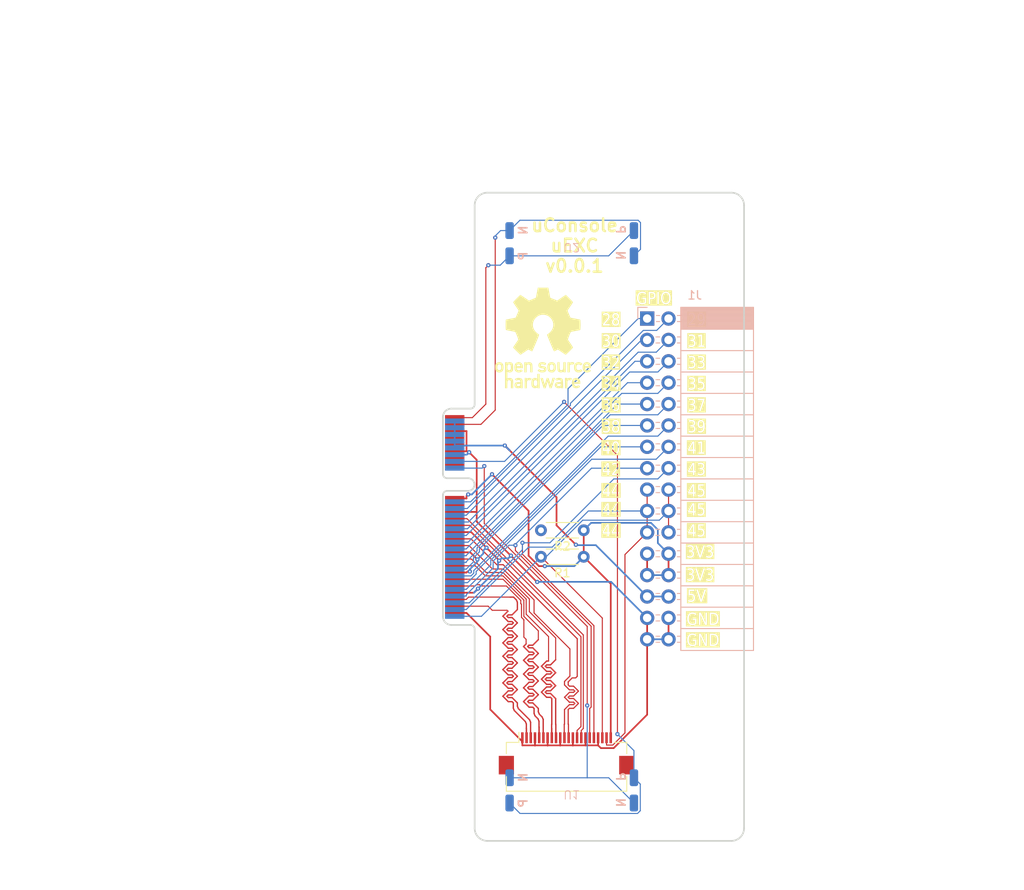
<source format=kicad_pcb>
(kicad_pcb (version 20241229) (generator "pcbnew") (generator_version "9.0")
  (title_block (title "uConsole expansion card template") (date "2024-07-10") (rev "0.1"))
  (layers (0 "F.Cu" signal) (2 "B.Cu" signal) (13 "F.Paste" user) (15 "B.Paste" user) (5 "F.SilkS" user "F.Silkscreen") (7 "B.SilkS" user "B.Silkscreen") (1 "F.Mask" user) (3 "B.Mask" user) (25 "Edge.Cuts" user))
  (net 0 "")
  (net 1 "/SPEAKER_LP")
  (net 2 "/SPEAKER_LN")
  (net 3 "/SPEAKER_RP")
  (net 4 "/SPEAKER_RN")
  (net 5 "/CAM1_DP3")
  (net 6 "/CAM1_DN3")
  (net 7 "/CAM1_DP2")
  (net 8 "/CAM1_DN2")
  (net 9 "/CAM1_CP")
  (net 10 "/CAM1_CN")
  (net 11 "/CAM1_DP1")
  (net 12 "/CAM1_DN1")
  (net 13 "/CAM1_DP0")
  (net 14 "/CAM1_DN0")
  (net 15 "+5V")
  (net 16 "GND")
  (net 17 "+3V3")
  (net 18 "/GPIO28")
  (net 19 "/GPIO29")
  (net 20 "/GPIO30")
  (net 21 "/GPIO31")
  (net 22 "/GPIO32")
  (net 23 "/GPIO33")
  (net 24 "/GPIO34")
  (net 25 "/GPIO35")
  (net 26 "/GPIO36")
  (net 27 "/GPIO37")
  (net 28 "/GPIO38")
  (net 29 "/GPIO39")
  (net 30 "/GPIO40")
  (net 31 "/GPIO41")
  (net 32 "/USB3_D-")
  (net 33 "/USB3_D+")
  (net 34 "/USB4_D-")
  (net 35 "/USB4_D+")
  (net 36 "/GPIO45{slash}I2C_SCL")
  (net 37 "/GPIO44{slash}I2C_SDA")
  (net 38 "/GPIO42{slash}CAM_EN")
  (net 39 "/GPIO43{slash}CAM_LED")
  (footprint "Symbol:OSHW-Logo_11.4x12mm_SilkScreen" (layer "F.Cu") (at 94.5 79.25)
    (property "Reference" "REF**" (hide yes))
    (property "Value" "OSHW-Logo_11.4x12mm_SilkScreen" (hide yes))
  )
  (footprint "Resistor_THT:R_Axial_DIN0204_L3.6mm_D1.6mm_P5.08mm_Horizontal" (layer "F.Cu") (at 99.34 105.25 180)
    (property "Reference" "R1")
    (property "Value" "2.2k")
  )
  (footprint "uconsole:edge-minipcie" (layer "F.Cu") (at 84.51 100.5 180)
    (property "Reference" "U3" (hide yes))
    (property "Value" "UC EXPANSION")
  )
  (footprint "MountingHole:MountingHole_5mm" (layer "F.Cu") (at 111.385 133 180)
    (property "Reference" "H1" (hide yes))
    (property "Value" "MountingHole")
  )
  (footprint "Connector_FFC-FPC:Hirose_FH12-22S-0.5SH_1x22-1MP_P0.50mm_Horizontal" (layer "F.Cu") (at 97.3 128.6)
    (property "Reference" "J2" (hide yes))
    (property "Value" "Camera")
  )
  (footprint "Resistor_THT:R_Axial_DIN0204_L3.6mm_D1.6mm_P5.08mm_Horizontal" (layer "F.Cu") (at 99.34 102.1 180)
    (property "Reference" "R2")
    (property "Value" "2.2k")
  )
  (footprint "MountingHole:MountingHole_5mm" (layer "F.Cu") (at 111.385 68 180)
    (property "Reference" "H2" (hide yes))
    (property "Value" "MountingHole")
  )
  (footprint "uconsole:speaker pads" (layer "B.Cu") (at 97.92 68)
    (property "Reference" "U2")
    (property "Value" "Speaker")
  )
  (footprint "Connector_PinSocket_2.54mm:PinSocket_2x16_P2.54mm_Horizontal" (layer "B.Cu") (at 106.875 76.95 180)
    (property "Reference" "J1")
    (property "Value" "EXPOSURE GPIO")
  )
  (footprint "uconsole:speaker pads" (layer "B.Cu") (at 97.92 133)
    (property "Reference" "U1")
    (property "Value" "Speaker")
  )
  (gr_arc (start 83.615 113.35) (mid 82.907893 113.057107) (end 82.615 112.35) (stroke (width 0.2)) (layer "Edge.Cuts"))
  (gr_line (start 116.885 139) (end 87.885 139) (stroke (width 0.2)) (layer "Edge.Cuts"))
  (gr_arc (start 116.885 62) (mid 117.94566 62.43934) (end 118.385 63.5) (stroke (width 0.2)) (layer "Edge.Cuts"))
  (gr_arc (start 82.615 88.65) (mid 82.907893 87.942893) (end 83.615 87.65) (stroke (width 0.2)) (layer "Edge.Cuts"))
  (gr_line (start 83.615 87.65) (end 85.885 87.65) (stroke (width 0.2)) (layer "Edge.Cuts"))
  (gr_line (start 86.385 137.5) (end 86.385 113.85) (stroke (width 0.2)) (layer "Edge.Cuts"))
  (gr_line (start 86.385 87.15) (end 86.385 63.5) (stroke (width 0.2)) (layer "Edge.Cuts"))
  (gr_line (start 82.615 112.35) (end 82.615 97.92) (stroke (width 0.2)) (layer "Edge.Cuts"))
  (gr_line (start 87.885 62) (end 116.885 62) (stroke (width 0.2)) (layer "Edge.Cuts"))
  (gr_line (start 118.385 63.5) (end 118.385 137.5) (stroke (width 0.2)) (layer "Edge.Cuts"))
  (gr_arc (start 82.615 97.92) (mid 82.761447 97.566447) (end 83.115 97.42) (stroke (width 0.2)) (layer "Edge.Cuts"))
  (gr_arc (start 85.615 95.92) (mid 86.365 96.67) (end 85.615 97.42) (stroke (width 0.2)) (layer "Edge.Cuts"))
  (gr_arc (start 86.385 87.15) (mid 86.238553 87.503553) (end 85.885 87.65) (stroke (width 0.2)) (layer "Edge.Cuts"))
  (gr_line (start 85.615 97.42) (end 83.115 97.42) (stroke (width 0.2)) (layer "Edge.Cuts"))
  (gr_arc (start 83.115 95.92) (mid 82.761447 95.773553) (end 82.615 95.42) (stroke (width 0.2)) (layer "Edge.Cuts"))
  (gr_arc (start 86.385 63.5) (mid 86.82434 62.43934) (end 87.885 62) (stroke (width 0.2)) (layer "Edge.Cuts"))
  (gr_line (start 82.615 95.42) (end 82.615 88.65) (stroke (width 0.2)) (layer "Edge.Cuts"))
  (gr_arc (start 85.885 113.35) (mid 86.238553 113.496447) (end 86.385 113.85) (stroke (width 0.2)) (layer "Edge.Cuts"))
  (gr_line (start 85.885 113.35) (end 83.615 113.35) (stroke (width 0.2)) (layer "Edge.Cuts"))
  (gr_line (start 83.115 95.92) (end 85.615 95.92) (stroke (width 0.2)) (layer "Edge.Cuts"))
  (gr_arc (start 87.885 139) (mid 86.82434 138.56066) (end 86.385 137.5) (stroke (width 0.2)) (layer "Edge.Cuts"))
  (gr_arc (start 118.385 137.5) (mid 117.94566 138.56066) (end 116.885 139) (stroke (width 0.2)) (layer "Edge.Cuts"))
  (gr_text "39" (at 112.75 89.88 0) (layer "F.SilkS" knockout) (effects (font (size 1.4225 1.219) (thickness 0.203))))
  (gr_text "45" (at 112.75 102.25 0) (layer "F.SilkS" knockout) (effects (font (size 1.4225 1.219) (thickness 0.203))))
  (gr_text "36" (at 102.59 87.34 0) (layer "F.SilkS" knockout) (effects (font (size 1.4225 1.219) (thickness 0.203))))
  (gr_text "32" (at 102.59 82.26 0) (layer "F.SilkS" knockout) (effects (font (size 1.4225 1.219) (thickness 0.203))))
  (gr_text "29" (at 112.75 77.18 0) (layer "F.SilkS" knockout) (effects (font (size 1.4225 1.219) (thickness 0.203))))
  (gr_text "5V" (at 112.75 110 0) (layer "F.SilkS" knockout) (effects (font (size 1.4225 1.219) (thickness 0.203))))
  (gr_text "45" (at 112.75 99.75 0) (layer "F.SilkS" knockout) (effects (font (size 1.4225 1.219) (thickness 0.203))))
  (gr_text "35" (at 112.75 84.8 0) (layer "F.SilkS" knockout) (effects (font (size 1.4225 1.219) (thickness 0.203))))
  (gr_text "41" (at 112.75 92.42 0) (layer "F.SilkS" knockout) (effects (font (size 1.4225 1.219) (thickness 0.203))))
  (gr_text "GND" (at 113.5 115.25 0) (layer "F.SilkS" knockout) (effects (font (size 1.4225 1.219) (thickness 0.203))))
  (gr_text "37" (at 112.75 87.34 0) (layer "F.SilkS" knockout) (effects (font (size 1.4225 1.219) (thickness 0.203))))
  (gr_text "43" (at 112.75 94.96 0) (layer "F.SilkS" knockout) (effects (font (size 1.4225 1.219) (thickness 0.203))))
  (gr_text "3V3" (at 111.5 107.5 0) (layer "F.SilkS" knockout) (effects (font (size 1.4225 1.219) (thickness 0.203)) (justify left)))
  (gr_text "45" (at 112.75 97.5 0) (layer "F.SilkS" knockout) (effects (font (size 1.4225 1.219) (thickness 0.203))))
  (gr_text "44" (at 102.59 97.5 0) (layer "F.SilkS" knockout) (effects (font (size 1.4225 1.219) (thickness 0.203))))
  (gr_text "3V3" (at 111.5 104.75 0) (layer "F.SilkS" knockout) (effects (font (size 1.4225 1.219) (thickness 0.203)) (justify left)))
  (gr_text "GND" (at 113.5 112.75 0) (layer "F.SilkS" knockout) (effects (font (size 1.4225 1.219) (thickness 0.203))))
  (gr_text "34" (at 102.59 84.8 0) (layer "F.SilkS" knockout) (effects (font (size 1.4225 1.219) (thickness 0.203))))
  (gr_text "33" (at 112.75 82.26 0) (layer "F.SilkS" knockout) (effects (font (size 1.4225 1.219) (thickness 0.203))))
  (gr_text "30" (at 102.59 79.72 0) (layer "F.SilkS" knockout) (effects (font (size 1.4225 1.219) (thickness 0.203))))
  (gr_text "44" (at 102.59 99.75 0) (layer "F.SilkS" knockout) (effects (font (size 1.4225 1.219) (thickness 0.203))))
  (gr_text "uConsole\nuEXC\nv0.0.1" (at 98.25 65 0) (layer "F.SilkS") (effects (font (size 1.5 1.5) (thickness 0.3) (bold yes)) (justify top)))
  (gr_text "38" (at 102.59 89.88 0) (layer "F.SilkS" knockout) (effects (font (size 1.4225 1.219) (thickness 0.203))))
  (gr_text "31" (at 112.75 79.72 0) (layer "F.SilkS" knockout) (effects (font (size 1.4225 1.219) (thickness 0.203))))
  (gr_text "42" (at 102.59 94.96 0) (layer "F.SilkS" knockout) (effects (font (size 1.4225 1.219) (thickness 0.203))))
  (gr_text "44" (at 102.59 102.25 0) (layer "F.SilkS" knockout) (effects (font (size 1.4225 1.219) (thickness 0.203))))
  (gr_text "GPIO" (at 107.67 74.64 0) (layer "F.SilkS" knockout) (effects (font (size 1.4225 1.219) (thickness 0.203))))
  (gr_text "28" (at 102.59 77.18 0) (layer "F.SilkS" knockout) (effects (font (size 1.4225 1.219) (thickness 0.203))))
  (gr_text "40" (at 102.59 92.42 0) (layer "F.SilkS" knockout) (effects (font (size 1.4225 1.219) (thickness 0.203))))
  (segment (start 87.71 87.12) (end 87.71 70.914) (width 0.127) (layer "F.Cu") (net 1))
  (segment (start 86.11 88.72) (end 87.71 87.12) (width 0.127) (layer "F.Cu") (net 1))
  (segment (start 87.71 70.914) (end 88.01 70.614) (width 0.127) (layer "F.Cu") (net 1))
  (segment (start 84.015 88.72) (end 86.11 88.72) (width 0.127) (layer "F.Cu") (net 1))
  (via (at 88.01 70.614) (size 0.5) (drill 0.2) (layers "F.Cu" "B.Cu") (net 1))
  (segment (start 90.535 69.5) (end 102.305 69.5) (width 0.127) (layer "B.Cu") (net 1))
  (segment (start 88.01 70.614) (end 89.421 70.614) (width 0.127) (layer "B.Cu") (net 1))
  (segment (start 89.421 70.614) (end 90.535 69.5) (width 0.127) (layer "B.Cu") (net 1))
  (segment (start 102.305 69.5) (end 105.305 66.5) (width 0.127) (layer "B.Cu") (net 1))
  (segment (start 88.83 67.34) (end 88.83 87.82) (width 0.127) (layer "F.Cu") (net 2))
  (segment (start 87.13 89.52) (end 84.015 89.52) (width 0.127) (layer "F.Cu") (net 2))
  (segment (start 88.83 87.82) (end 87.13 89.52) (width 0.127) (layer "F.Cu") (net 2))
  (via (at 88.83 67.34) (size 0.5) (drill 0.2) (layers "F.Cu" "B.Cu") (net 2))
  (segment (start 106.0858 65.5548) (end 105.8076 65.2766) (width 0.127) (layer "B.Cu") (net 2))
  (segment (start 105.305 69.5) (end 106.0858 68.7192) (width 0.127) (layer "B.Cu") (net 2))
  (segment (start 88.83 67.34) (end 88.83 67.1356) (width 0.127) (layer "B.Cu") (net 2))
  (segment (start 91.7584 65.2766) (end 90.535 66.5) (width 0.127) (layer "B.Cu") (net 2))
  (segment (start 89.4656 66.5) (end 90.535 66.5) (width 0.127) (layer "B.Cu") (net 2))
  (segment (start 106.0858 68.7192) (end 106.0858 65.5548) (width 0.127) (layer "B.Cu") (net 2))
  (segment (start 105.8076 65.2766) (end 91.7584 65.2766) (width 0.127) (layer "B.Cu") (net 2))
  (segment (start 88.83 67.1356) (end 89.4656 66.5) (width 0.127) (layer "B.Cu") (net 2))
  (segment (start 103.3461 93.1846) (end 97.0095 86.848) (width 0.127) (layer "F.Cu") (net 3))
  (segment (start 103.3461 126.3181) (end 103.3461 93.1846) (width 0.127) (layer "F.Cu") (net 3))
  (via (at 103.3461 126.3181) (size 0.5) (drill 0.2) (layers "F.Cu" "B.Cu") (net 3))
  (via (at 97.0095 86.848) (size 0.5) (drill 0.2) (layers "F.Cu" "B.Cu") (net 3))
  (segment (start 91.776 135.741) (end 105.7335 135.741) (width 0.127) (layer "B.Cu") (net 3))
  (segment (start 84.015 93.92) (end 89.9375 93.92) (width 0.127) (layer "B.Cu") (net 3))
  (segment (start 106.0612 132.2562) (end 105.305 131.5) (width 0.127) (layer "B.Cu") (net 3))
  (segment (start 90.535 134.5) (end 91.776 135.741) (width 0.127) (layer "B.Cu") (net 3))
  (segment (start 105.305 131.5) (end 105.305 128.277) (width 0.127) (layer "B.Cu") (net 3))
  (segment (start 89.9375 93.92) (end 97.0095 86.848) (width 0.127) (layer "B.Cu") (net 3))
  (segment (start 105.7335 135.741) (end 106.0612 135.4133) (width 0.127) (layer "B.Cu") (net 3))
  (segment (start 106.0612 135.4133) (end 106.0612 132.2562) (width 0.127) (layer "B.Cu") (net 3))
  (segment (start 105.305 128.277) (end 103.3461 126.3181) (width 0.127) (layer "B.Cu") (net 3))
  (segment (start 87.5266 101.2966) (end 87.5266 94.4776) (width 0.127) (layer "F.Cu") (net 4))
  (segment (start 99.756 113.526) (end 87.5266 101.2966) (width 0.127) (layer "F.Cu") (net 4))
  (segment (start 99.756 122.9124) (end 99.756 113.526) (width 0.127) (layer "F.Cu") (net 4))
  (via (at 87.5266 94.4776) (size 0.5) (drill 0.2) (layers "F.Cu" "B.Cu") (net 4))
  (via (at 99.756 122.9124) (size 0.5) (drill 0.2) (layers "F.Cu" "B.Cu") (net 4))
  (segment (start 87.2842 94.72) (end 84.015 94.72) (width 0.127) (layer "B.Cu") (net 4))
  (segment (start 99.756 131.5) (end 102.305 131.5) (width 0.127) (layer "B.Cu") (net 4))
  (segment (start 87.5266 94.4776) (end 87.2842 94.72) (width 0.127) (layer "B.Cu") (net 4))
  (segment (start 102.305 131.5) (end 105.305 134.5) (width 0.127) (layer "B.Cu") (net 4))
  (segment (start 90.535 131.5) (end 99.756 131.5) (width 0.127) (layer "B.Cu") (net 4))
  (segment (start 99.756 131.5) (end 99.756 122.9124) (width 0.127) (layer "B.Cu") (net 4))
  (segment (start 99.05 126.75) (end 99.05 125.8848) (width 0.127) (layer "F.Cu") (net 5))
  (segment (start 99.2908 114.5308) (end 90.6615 105.9015) (width 0.127) (layer "F.Cu") (net 5))
  (segment (start 99.2908 125.644) (end 99.2908 114.5308) (width 0.127) (layer "F.Cu") (net 5))
  (segment (start 90.6615 105.9015) (end 90.6515 105.9015) (width 0.127) (layer "F.Cu") (net 5))
  (segment (start 85.47 100.72) (end 84.015 100.72) (width 0.127) (layer "F.Cu") (net 5))
  (segment (start 90.6515 105.9015) (end 85.47 100.72) (width 0.127) (layer "F.Cu") (net 5))
  (segment (start 99.05 125.8848) (end 99.2908 125.644) (width 0.127) (layer "F.Cu") (net 5))
  (segment (start 99.012 114.742) (end 85.79 101.52) (width 0.127) (layer "F.Cu") (net 6))
  (segment (start 99.012 125.4228) (end 99.012 114.742) (width 0.127) (layer "F.Cu") (net 6))
  (segment (start 85.79 101.52) (end 84.015 101.52) (width 0.127) (layer "F.Cu") (net 6))
  (segment (start 98.55 125.8848) (end 99.012 125.4228) (width 0.127) (layer "F.Cu") (net 6))
  (segment (start 98.55 126.75) (end 98.55 125.8848) (width 0.127) (layer "F.Cu") (net 6))
  (segment (start 98.7179 121.206) (end 98.5703 121.0583) (width 0.1406) (layer "F.Cu") (net 7))
  (segment (start 97.6429 121.792) (end 98.1321 121.792) (width 0.1406) (layer "F.Cu") (net 7))
  (segment (start 97.97 119.64) (end 98.3803 119.64) (width 0.1406) (layer "F.Cu") (net 7))
  (segment (start 98.5703 119.45) (end 98.5703 114.9903) (width 0.1406) (layer "F.Cu") (net 7))
  (segment (start 97.49 120.12) (end 97.97 119.64) (width 0.1406) (layer "F.Cu") (net 7))
  (segment (start 97.4976 123.399) (end 97.6429 123.254) (width 0.1406) (layer "F.Cu") (net 7))
  (segment (start 97.5274 125.161) (end 97.4976 125.131) (width 0.1406) (layer "F.Cu") (net 7))
  (segment (start 98.5703 114.9903) (end 96.4622 112.8822) (width 0.1406) (layer "F.Cu") (net 7))
  (segment (start 97.55 126.75) (end 97.5274 126.7274) (width 0.127) (layer "F.Cu") (net 7))
  (segment (start 85.95 103.12) (end 84.015 103.12) (width 0.1406) (layer "F.Cu") (net 7))
  (segment (start 89.76835 106.18835) (end 89.01835 106.18835) (width 0.1406) (layer "F.Cu") (net 7))
  (segment (start 97.6429 122.082) (end 97.4976 121.937) (width 0.1406) (layer "F.Cu") (net 7))
  (segment (start 97.5274 126.136) (end 97.5274 125.161) (width 0.1406) (layer "F.Cu") (net 7))
  (segment (start 98.1321 122.082) (end 97.6429 122.082) (width 0.1406) (layer "F.Cu") (net 7))
  (segment (start 98.1321 123.254) (end 98.7179 122.668) (width 0.1406) (layer "F.Cu") (net 7))
  (segment (start 98.5703 121.0583) (end 98.1321 120.62) (width 0.1406) (layer "F.Cu") (net 7))
  (segment (start 89.01835 106.18835) (end 86.96 104.13) (width 0.1406) (layer "F.Cu") (net 7))
  (segment (start 97.4976 121.937) (end 97.6429 121.792) (width 0.1406) (layer "F.Cu") (net 7))
  (segment (start 97.4976 120.475) (end 97.4976 120.1276) (width 0.1406) (layer "F.Cu") (net 7))
  (segment (start 98.7179 122.668) (end 98.1321 122.082) (width 0.1406) (layer "F.Cu") (net 7))
  (segment (start 97.6429 123.254) (end 98.1321 123.254) (width 0.1406) (layer "F.Cu") (net 7))
  (segment (start 96.4622 112.8822) (end 89.76835 106.18835) (width 0.1406) (layer "F.Cu") (net 7))
  (segment (start 97.4976 125.131) (end 97.4976 123.399) (width 0.1406) (layer "F.Cu") (net 7))
  (segment (start 86.9484 104.1184) (end 85.95 103.12) (width 0.1406) (layer "F.Cu") (net 7))
  (segment (start 98.1321 120.62) (end 97.6429 120.62) (width 0.1406) (layer "F.Cu") (net 7))
  (segment (start 97.4976 120.1276) (end 97.49 120.12) (width 0.1406) (layer "F.Cu") (net 7))
  (segment (start 98.1321 121.792) (end 98.7179 121.206) (width 0.1406) (layer "F.Cu") (net 7))
  (segment (start 97.6429 120.62) (end 97.4976 120.475) (width 0.1406) (layer "F.Cu") (net 7))
  (segment (start 98.3803 119.64) (end 98.5703 119.45) (width 0.1406) (layer "F.Cu") (net 7))
  (segment (start 97.5274 126.7274) (end 97.5274 126.136) (width 0.127) (layer "F.Cu") (net 7))
  (segment (start 97.0571 120.475) (end 97.6429 121.061) (width 0.1406) (layer "F.Cu") (net 8))
  (segment (start 89.769 106.7024) (end 88.4984 106.7024) (width 0.127) (layer "F.Cu") (net 8))
  (segment (start 97.6429 122.813) (end 97.0571 123.399) (width 0.1406) (layer "F.Cu") (net 8))
  (segment (start 85.716 103.92) (end 84.015 103.92) (width 0.127) (layer "F.Cu") (net 8))
  (segment (start 93.4409 111.9322) (end 93.4409 110.3743) (width 0.127) (layer "F.Cu") (net 8))
  (segment (start 88.4984 106.7024) (end 85.716 103.92) (width 0.127) (layer "F.Cu") (net 8))
  (segment (start 97.6983 116.1896) (end 93.4409 111.9322) (width 0.127) (layer "F.Cu") (net 8))
  (segment (start 97.6336 122.5323) (end 97.6429 122.523) (width 0.127) (layer "F.Cu") (net 8))
  (segment (start 97.0571 125.131) (end 97.0274 125.161) (width 0.1406) (layer "F.Cu") (net 8))
  (segment (start 98.2774 121.206) (end 98.1321 121.351) (width 0.1406) (layer "F.Cu") (net 8))
  (segment (start 97.0274 126.7274) (end 97.0274 126.136) (width 0.127) (layer "F.Cu") (net 8))
  (segment (start 98.1321 122.523) (end 98.2774 122.668) (width 0.1406) (layer "F.Cu") (net 8))
  (segment (start 97.6429 121.351) (end 97.0571 121.937) (width 0.1406) (layer "F.Cu") (net 8))
  (segment (start 97.6983 119.42) (end 97.6983 116.1896) (width 0.127) (layer "F.Cu") (net 8))
  (segment (start 97.0571 120.475) (end 97.0571 120.0612) (width 0.1406) (layer "F.Cu") (net 8))
  (segment (start 93.4409 110.3743) (end 89.769 106.7024) (width 0.127) (layer "F.Cu") (net 8))
  (segment (start 98.1321 122.813) (end 97.6429 122.813) (width 0.1406) (layer "F.Cu") (net 8))
  (segment (start 98.2774 122.668) (end 98.1321 122.813) (width 0.1406) (layer "F.Cu") (net 8))
  (segment (start 97.0571 120.0612) (end 97.6983 119.42) (width 0.1406) (layer "F.Cu") (net 8))
  (segment (start 97.6429 122.523) (end 98.1321 122.523) (width 0.1406) (layer "F.Cu") (net 8))
  (segment (start 97.6429 121.061) (end 98.1321 121.061) (width 0.1406) (layer "F.Cu") (net 8))
  (segment (start 97.6429 122.5416) (end 97.6336 122.5323) (width 0.127) (layer "F.Cu") (net 8))
  (segment (start 97.0571 123.399) (end 97.0571 125.131) (width 0.1406) (layer "F.Cu") (net 8))
  (segment (start 98.1321 121.351) (end 97.6429 121.351) (width 0.1406) (layer "F.Cu") (net 8))
  (segment (start 97.05 126.75) (end 97.0274 126.7274) (width 0.127) (layer "F.Cu") (net 8))
  (segment (start 97.0571 121.937) (end 97.6429 122.523) (width 0.1406) (layer "F.Cu") (net 8))
  (segment (start 98.1321 121.061) (end 98.2774 121.206) (width 0.1406) (layer "F.Cu") (net 8))
  (segment (start 97.0274 125.161) (end 97.0274 126.136) (width 0.1406) (layer "F.Cu") (net 8))
  (segment (start 94.9323 118.405) (end 95.3926 118.405) (width 0.1598) (layer "F.Cu") (net 9))
  (segment (start 86.515 106.0347) (end 86.6738 106.0347) (width 0.127) (layer "F.Cu") (net 9))
  (segment (start 96.0073 125.141) (end 96.0274 125.161) (width 0.1598) (layer "F.Cu") (net 9))
  (segment (start 94.9323 121.484) (end 95.3926 121.484) (width 0.1598) (layer "F.Cu") (net 9))
  (segment (start 95.3926 119.944) (end 96.0073 120.559) (width 0.1598) (layer "F.Cu") (net 9))
  (segment (start 96.0073 122.098) (end 96.0073 125.141) (width 0.1598) (layer "F.Cu") (net 9))
  (segment (start 92.8835 111.7689) (end 96.0073 114.8927) (width 0.127) (layer "F.Cu") (net 9))
  (segment (start 94.7774 119.79) (end 94.9323 119.944) (width 0.1598) (layer "F.Cu") (net 9))
  (segment (start 96.0073 114.8927) (end 96.0073 117.481) (width 0.127) (layer "F.Cu") (net 9))
  (segment (start 96.0073 117.481) (end 95.3926 118.096) (width 0.1598) (layer "F.Cu") (net 9))
  (segment (start 95.3926 121.174) (end 94.9323 121.174) (width 0.1598) (layer "F.Cu") (net 9))
  (segment (start 94.7774 121.329) (end 94.9323 121.484) (width 0.1598) (layer "F.Cu") (net 9))
  (segment (start 92.8835 110.2589) (end 92.8835 111.7689) (width 0.127) (layer "F.Cu") (net 9))
  (segment (start 87.7587 107.1196) (end 89.7442 107.1196) (width 0.127) (layer "F.Cu") (net 9))
  (segment (start 94.9323 119.944) (end 95.3926 119.944) (width 0.1598) (layer "F.Cu") (net 9))
  (segment (start 84.015 105.52) (end 86.0003 105.52) (width 0.127) (layer "F.Cu") (net 9))
  (segment (start 94.7774 118.25) (end 94.9323 118.405) (width 0.1598) (layer "F.Cu") (net 9))
  (segment (start 94.9323 119.635) (end 94.7774 119.79) (width 0.1598) (layer "F.Cu") (net 9))
  (segment (start 95.3926 118.096) (end 94.9323 118.096) (width 0.1598) (layer "F.Cu") (net 9))
  (segment (start 95.3926 119.635) (end 94.9323 119.635) (width 0.1598) (layer "F.Cu") (net 9))
  (segment (start 89.7442 107.1196) (end 92.8835 110.2589) (width 0.127) (layer "F.Cu") (net 9))
  (segment (start 96.0073 120.559) (end 95.3926 121.174) (width 0.1598) (layer "F.Cu") (net 9))
  (segment (start 86.6738 106.0347) (end 87.7587 107.1196) (width 0.127) (layer "F.Cu") (net 9))
  (segment (start 96.05 126.75) (end 96.0274 126.7274) (width 0.127) (layer "F.Cu") (net 9))
  (segment (start 94.9323 121.174) (end 94.7774 121.329) (width 0.1598) (layer "F.Cu") (net 9))
  (segment (start 95.3926 118.405) (end 96.0073 119.02) (width 0.1598) (layer "F.Cu") (net 9))
  (segment (start 96.0274 126.7274) (end 96.0274 126.136) (width 0.127) (layer "F.Cu") (net 9))
  (segment (start 86.0003 105.52) (end 86.515 106.0347) (width 0.127) (layer "F.Cu") (net 9))
  (segment (start 96.0274 125.161) (end 96.0274 126.136) (width 0.1598) (layer "F.Cu") (net 9))
  (segment (start 95.3926 121.484) (end 96.0073 122.098) (width 0.1598) (layer "F.Cu") (net 9))
  (segment (start 96.0073 119.02) (end 95.3926 119.635) (width 0.1598) (layer "F.Cu") (net 9))
  (segment (start 94.9323 118.096) (end 94.7774 118.25) (width 0.1598) (layer "F.Cu") (net 9))
  (segment (start 95.5475 120.559) (end 95.3926 120.714) (width 0.1598) (layer "F.Cu") (net 10))
  (segment (start 95.3926 120.714) (end 94.9323 120.714) (width 0.1598) (layer "F.Cu") (net 10))
  (segment (start 95.1625 114.7309) (end 92.5068 112.0752) (width 0.127) (layer "F.Cu") (net 10))
  (segment (start 87.6502 107.512) (end 86.4582 106.32) (width 0.127) (layer "F.Cu") (net 10))
  (segment (start 95.3926 121.944) (end 95.5475 122.098) (width 0.1598) (layer "F.Cu") (net 10))
  (segment (start 95.5475 122.098) (end 95.5475 125.141) (width 0.1598) (layer "F.Cu") (net 10))
  (segment (start 89.7425 107.512) (end 87.6502 107.512) (width 0.127) (layer "F.Cu") (net 10))
  (segment (start 95.55 125.6711) (end 95.55 126.75) (width 0.127) (layer "F.Cu") (net 10))
  (segment (start 92.5068 112.0752) (end 92.5068 110.2763) (width 0.127) (layer "F.Cu") (net 10))
  (segment (start 94.3176 118.25) (end 94.9323 118.865) (width 0.1598) (layer "F.Cu") (net 10))
  (segment (start 95.3926 120.404) (end 95.5475 120.559) (width 0.1598) (layer "F.Cu") (net 10))
  (segment (start 95.5475 119.02) (end 95.3926 119.175) (width 0.1598) (layer "F.Cu") (net 10))
  (segment (start 95.5274 125.161) (end 95.5274 125.6485) (width 0.1598) (layer "F.Cu") (net 10))
  (segment (start 94.9323 118.865) (end 95.3926 118.865) (width 0.1598) (layer "F.Cu") (net 10))
  (segment (start 94.3176 121.329) (end 94.9323 121.944) (width 0.1598) (layer "F.Cu") (net 10))
  (segment (start 94.9323 120.404) (end 95.3926 120.404) (width 0.1598) (layer "F.Cu") (net 10))
  (segment (start 95.5274 125.6485) (end 95.55 125.6711) (width 0.127) (layer "F.Cu") (net 10))
  (segment (start 95.1625 117.636) (end 95.1625 114.7309) (width 0.127) (layer "F.Cu") (net 10))
  (segment (start 94.9323 117.636) (end 94.3176 118.25) (width 0.1598) (layer "F.Cu") (net 10))
  (segment (start 94.9323 121.944) (end 95.3926 121.944) (width 0.1598) (layer "F.Cu") (net 10))
  (segment (start 94.3176 119.79) (end 94.9323 120.404) (width 0.1598) (layer "F.Cu") (net 10))
  (segment (start 95.3926 118.865) (end 95.5475 119.02) (width 0.1598) (layer "F.Cu") (net 10))
  (segment (start 95.5274 125.6485) (end 95.5274 126.136) (width 0.1598) (layer "F.Cu") (net 10))
  (segment (start 94.9323 119.175) (end 94.3176 119.79) (width 0.1598) (layer "F.Cu") (net 10))
  (segment (start 86.4582 106.32) (end 84.015 106.32) (width 0.127) (layer "F.Cu") (net 10))
  (segment (start 95.5475 125.141) (end 95.5274 125.161) (width 0.1598) (layer "F.Cu") (net 10))
  (segment (start 94.9323 120.714) (end 94.3176 121.329) (width 0.1598) (layer "F.Cu") (net 10))
  (segment (start 95.1625 117.636) (end 94.9323 117.636) (width 0.1598) (layer "F.Cu") (net 10))
  (segment (start 92.5068 110.2763) (end 89.7425 107.512) (width 0.127) (layer "F.Cu") (net 10))
  (segment (start 95.3926 119.175) (end 94.9323 119.175) (width 0.1598) (layer "F.Cu") (net 10))
  (segment (start 93.2871 116.066) (end 93.95 116.729) (width 0.1598) (layer "F.Cu") (net 11))
  (segment (start 84.015 107.92) (end 85.3802 107.92) (width 0.127) (layer "F.Cu") (net 11))
  (segment (start 93.2871 120.663) (end 92.8509 120.663) (width 0.1598) (layer "F.Cu") (net 11))
  (segment (start 93.95 118.364) (end 93.2871 119.027) (width 0.1598) (layer "F.Cu") (net 11))
  (segment (start 93.95 116.729) (end 93.2871 117.392) (width 0.1598) (layer "F.Cu") (net 11))
  (segment (start 93.2871 117.702) (end 93.95 118.364) (width 0.1598) (layer "F.Cu") (net 11))
  (segment (start 92.8509 122.608) (end 93.2871 122.608) (width 0.1598) (layer "F.Cu") (net 11))
  (segment (start 93.2871 119.337) (end 93.95 120) (width 0.1598) (layer "F.Cu") (net 11))
  (segment (start 93.2871 119.027) (end 92.8509 119.027) (width 0.1598) (layer "F.Cu") (net 11))
  (segment (start 92.8509 120.663) (end 92.696 120.818) (width 0.1598) (layer "F.Cu") (net 11))
  (segment (start 92.696 115.911) (end 92.8509 116.066) (width 0.1598) (layer "F.Cu") (net 11))
  (segment (start 93.2871 117.392) (end 92.8509 117.392) (width 0.1598) (layer "F.Cu") (net 11))
  (segment (start 92.8509 116.066) (end 93.2871 116.066) (width 0.1598) (layer "F.Cu") (net 11))
  (segment (start 93.95 120) (end 93.2871 120.663) (width 0.1598) (layer "F.Cu") (net 11))
  (segment (start 93.2871 122.608) (end 93.95 123.271) (width 0.1598) (layer "F.Cu") (net 11))
  (segment (start 93.95 123.271) (end 93.95 123.665) (width 0.1598) (layer "F.Cu") (net 11))
  (segment (start 92.8509 119.027) (end 92.696 119.182) (width 0.1598) (layer "F.Cu") (net 11))
  (segment (start 93.95 114.0508) (end 93.95 115.093) (width 0.127) (layer "F.Cu") (net 11))
  (segment (start 92.696 122.453) (end 92.8509 122.608) (width 0.1598) (layer "F.Cu") (net 11))
  (segment (start 85.3802 107.92) (end 89.7563 107.92) (width 0.127) (layer "F.Cu") (net 11))
  (segment (start 92.8509 117.392) (end 92.696 117.547) (width 0.1598) (layer "F.Cu") (net 11))
  (segment (start 92.696 117.547) (end 92.8509 117.702) (width 0.1598) (layer "F.Cu") (net 11))
  (segment (start 92.696 119.182) (end 92.8509 119.337) (width 0.1598) (layer "F.Cu") (net 11))
  (segment (start 93.2871 120.973) (end 93.95 121.636) (width 0.1598) (layer "F.Cu") (net 11))
  (segment (start 92.2274 112.3282) (end 93.95 114.0508) (width 0.127) (layer "F.Cu") (net 11))
  (segment (start 92.696 115.911) (end 92.8101 115.759) (width 0.1598) (layer "F.Cu") (net 11))
  (segment (start 93.95 115.093) (end 93.2871 115.756) (width 0.1598) (layer "F.Cu") (net 11))
  (segment (start 92.8509 119.337) (end 93.2871 119.337) (width 0.1598) (layer "F.Cu") (net 11))
  (segment (start 93.2871 115.756) (end 92.8509 115.756) (width 0.1598) (layer "F.Cu") (net 11))
  (segment (start 92.8509 122.298) (end 92.696 122.453) (width 0.1598) (layer "F.Cu") (net 11))
  (segment (start 92.8509 115.756) (end 92.696 115.911) (width 0.1598) (layer "F.Cu") (net 11))
  (segment (start 94.4102 124.291) (end 94.5274 124.574) (width 0.1598) (layer "F.Cu") (net 11))
  (segment (start 93.95 123.665) (end 94.0672 123.948) (width 0.1598) (layer "F.Cu") (net 11))
  (segment (start 94.5274 126.7274) (end 94.5274 126.136) (width 0.127) (layer "F.Cu") (net 11))
  (segment (start 92.8509 117.702) (end 93.2871 117.702) (width 0.1598) (layer "F.Cu") (net 11))
  (segment (start 89.7563 107.92) (end 92.2274 110.3911) (width 0.127) (layer "F.Cu") (net 11))
  (segment (start 92.696 120.818) (end 92.8509 120.973) (width 0.1598) (layer "F.Cu") (net 11))
  (segment (start 94.0672 123.948) (end 94.4102 124.291) (width 0.1598) (layer "F.Cu") (net 11))
  (segment (start 92.2274 110.3911) (end 92.2274 112.3282) (width 0.127) (layer "F.Cu") (net 11))
  (segment (start 94.5274 124.574) (end 94.5274 126.136) (width 0.1598) (layer "F.Cu") (net 11))
  (segment (start 94.55 126.75) (end 94.5274 126.7274) (width 0.127) (layer "F.Cu") (net 11))
  (segment (start 93.2871 122.298) (end 92.8509 122.298) (width 0.1598) (layer "F.Cu") (net 11))
  (segment (start 92.8509 120.973) (end 93.2871 120.973) (width 0.1598) (layer "F.Cu") (net 11))
  (segment (start 93.95 121.636) (end 93.2871 122.298) (width 0.1598) (layer "F.Cu") (net 11))
  (segment (start 92.8509 123.116) (end 93.2871 123.116) (width 0.1598) (layer "F.Cu") (net 12))
  (segment (start 91.9487 111.6292) (end 91.9479 111.6284) (width 0.127) (layer "F.Cu") (net 12))
  (segment (start 92.8509 118.519) (end 92.188 119.182) (width 0.1598) (layer "F.Cu") (net 12))
  (segment (start 93.5592 124.151) (end 93.9102 124.502) (width 0.1598) (layer "F.Cu") (net 12))
  (segment (start 86.9704 108.5689) (end 86.5851 108.5689) (width 0.127) (layer "F.Cu") (net 12))
  (segment (start 93.2871 120.155) (end 92.8509 120.155) (width 0.1598) (layer "F.Cu") (net 12))
  (segment (start 92.2274 112.7788) (end 92.2274 112.7224) (width 0.127) (layer "F.Cu") (net 12))
  (segment (start 92.2289 114.7924) (end 92.2289 112.7803) (width 0.127) (layer "F.Cu") (net 12))
  (segment (start 92.8509 116.574) (end 93.2871 116.574) (width 0.1598) (layer "F.Cu") (net 12))
  (segment (start 93.2871 123.116) (end 93.442 123.271) (width 0.1598) (layer "F.Cu") (net 12))
  (segment (start 93.2871 118.21) (end 93.442 118.364) (width 0.1598) (layer "F.Cu") (net 12))
  (segment (start 92.188 119.182) (end 92.8509 119.845) (width 0.1598) (layer "F.Cu") (net 12))
  (segment (start 93.9102 124.502) (end 94.0274 124.785) (width 0.1598) (layer "F.Cu") (net 12))
  (segment (start 92.8509 118.21) (end 93.2871 118.21) (width 0.1598) (layer "F.Cu") (net 12))
  (segment (start 91.9472 111.1644) (end 91.9472 110.8991) (width 0.127) (layer "F.Cu") (net 12))
  (segment (start 92.8509 121.79) (end 92.188 122.453) (width 0.1598) (layer "F.Cu") (net 12))
  (segment (start 92.188 120.818) (end 92.8509 121.481) (width 0.1598) (layer "F.Cu") (net 12))
  (segment (start 91.9479 111.1651) (end 91.9472 111.1644) (width 0.127) (layer "F.Cu") (net 12))
  (segment (start 92.188 117.547) (end 92.8509 118.21) (width 0.1598) (layer "F.Cu") (net 12))
  (segment (start 92.4964 115.6026) (end 92.4964 115.0599) (width 0.127) (layer "F.Cu") (net 12))
  (segment (start 93.442 118.364) (end 93.2871 118.519) (width 0.1598) (layer "F.Cu") (net 12))
  (segment (start 94.05 125.4831) (end 94.05 126.75) (width 0.127) (layer "F.Cu") (net 12))
  (segment (start 87.1215 108.72) (end 86.9704 108.5689) (width 0.127) (layer "F.Cu") (net 12))
  (segment (start 92.8509 120.155) (end 92.188 120.818) (width 0.1598) (layer "F.Cu") (net 12))
  (segment (start 93.442 120) (end 93.2871 120.155) (width 0.1598) (layer "F.Cu") (net 12))
  (segment (start 93.2871 116.574) (end 93.442 116.729) (width 0.1598) (layer "F.Cu") (net 12))
  (segment (start 94.0274 125.4605) (end 94.0274 126.136) (width 0.1598) (layer "F.Cu") (net 12))
  (segment (start 94.0274 125.4605) (end 94.05 125.4831) (width 0.127) (layer "F.Cu") (net 12))
  (segment (start 92.2289 112.7803) (end 92.2274 112.7788) (width 0.127) (layer "F.Cu") (net 12))
  (segment (start 94.0274 124.785) (end 94.0274 125.4605) (width 0.1598) (layer "F.Cu") (net 12))
  (segment (start 91.8589 110.4255) (end 90.1534 108.72) (width 0.127) (layer "F.Cu") (net 12))
  (segment (start 91.8589 110.8108) (end 91.8589 110.4255) (width 0.127) (layer "F.Cu") (net 12))
  (segment (start 90.1534 108.72) (end 87.1215 108.72) (width 0.127) (layer "F.Cu") (net 12))
  (segment (start 92.8509 116.884) (end 92.188 117.547) (width 0.1598) (layer "F.Cu") (net 12))
  (segment (start 93.442 123.868) (end 93.5592 124.151) (width 0.1598) (layer "F.Cu") (net 12))
  (segment (start 92.8509 121.481) (end 93.2871 121.481) (width 0.1598) (layer "F.Cu") (net 12))
  (segment (start 91.9487 112.4437) (end 91.9487 111.6292) (width 0.127) (layer "F.Cu") (net 12))
  (segment (start 92.4964 115.0599) (end 92.2289 114.7924) (width 0.127) (layer "F.Cu") (net 12))
  (segment (start 93.2871 116.884) (end 92.8509 116.884) (width 0.1598) (layer "F.Cu") (net 12))
  (segment (start 86.434 108.72) (end 84.015 108.72) (width 0.127) (layer "F.Cu") (net 12))
  (segment (start 93.442 123.271) (end 93.442 123.868) (width 0.1598) (layer "F.Cu") (net 12))
  (segment (start 93.2871 121.481) (end 93.442 121.636) (width 0.1598) (layer "F.Cu") (net 12))
  (segment (start 91.9472 110.8991) (end 91.8589 110.8108) (width 0.127) (layer "F.Cu") (net 12))
  (segment (start 93.442 116.729) (end 93.2871 116.884) (width 0.1598) (layer "F.Cu") (net 12))
  (segment (start 92.8509 119.845) (end 93.2871 119.845) (width 0.1598) (layer "F.Cu") (net 12))
  (segment (start 92.4964 115.6026) (end 92.188 115.911) (width 0.1598) (layer "F.Cu") (net 12))
  (segment (start 86.5851 108.5689) (end 86.434 108.72) (width 0.127) (layer "F.Cu") (net 12))
  (segment (start 93.2871 119.845) (end 93.442 120) (width 0.1598) (layer "F.Cu") (net 12))
  (segment (start 93.2871 118.519) (end 92.8509 118.519) (width 0.1598) (layer "F.Cu") (net 12))
  (segment (start 93.442 121.636) (end 93.2871 121.79) (width 0.1598) (layer "F.Cu") (net 12))
  (segment (start 93.2871 121.79) (end 92.8509 121.79) (width 0.1598) (layer "F.Cu") (net 12))
  (segment (start 91.9479 111.6284) (end 91.9479 111.1651) (width 0.127) (layer "F.Cu") (net 12))
  (segment (start 92.188 122.453) (end 92.8509 123.116) (width 0.1598) (layer "F.Cu") (net 12))
  (segment (start 92.188 115.911) (end 92.8509 116.574) (width 0.1598) (layer "F.Cu") (net 12))
  (segment (start 92.2274 112.7224) (end 91.9487 112.4437) (width 0.127) (layer "F.Cu") (net 12))
  (segment (start 90.3744 112.156) (end 90.2195 112.31) (width 0.1598) (layer "F.Cu") (net 13))
  (segment (start 91.578 123.288) (end 92.9102 124.62) (width 0.1598) (layer "F.Cu") (net 13))
  (segment (start 90.2195 118.65) (end 90.3744 118.804) (width 0.1598) (layer "F.Cu") (net 13))
  (segment (start 90.2195 113.895) (end 90.3744 114.05) (width 0.1598) (layer "F.Cu") (net 13))
  (segment (start 90.2195 120.234) (end 90.3744 120.389) (width 0.1598) (layer "F.Cu") (net 13))
  (segment (start 91.4608 122.612) (end 91.4608 123.005) (width 0.1598) (layer "F.Cu") (net 13))
  (segment (start 91.4608 121.027) (end 90.8233 121.664) (width 0.1598) (layer "F.Cu") (net 13))
  (segment (start 92.9102 124.62) (end 93.0274 124.903) (width 0.1598) (layer "F.Cu") (net 13))
  (segment (start 90.3744 118.804) (end 90.8233 118.804) (width 0.1598) (layer "F.Cu") (net 13))
  (segment (start 93.0274 124.903) (end 93.0274 126.136) (width 0.1598) (layer "F.Cu") (net 13))
  (segment (start 91.4608 113.103) (end 90.8233 113.74) (width 0.1598) (layer "F.Cu") (net 13))
  (segment (start 90.8233 115.325) (end 90.3744 115.325) (width 0.1598) (layer "F.Cu") (net 13))
  (segment (start 91.4608 116.272) (end 90.8233 116.91) (width 0.1598) (layer "F.Cu") (net 13))
  (segment (start 90.3744 115.325) (end 90.2195 115.48) (width 0.1598) (layer "F.Cu") (net 13))
  (segment (start 90.2195 115.48) (end 90.3744 115.635) (width 0.1598) (layer "F.Cu") (net 13))
  (segment (start 90.8233 121.974) (end 91.4608 122.612) (width 0.1598) (layer "F.Cu") (net 13))
  (segment (start 90.3744 118.495) (end 90.2195 118.65) (width 0.1598) (layer "F.Cu") (net 13))
  (segment (start 90.8233 113.74) (end 90.3744 113.74) (width 0.1598) (layer "F.Cu") (net 13))
  (segment (start 85.3802 110.32) (end 85.6602 110.04) (width 0.127) (layer "F.Cu") (net 13))
  (segment (start 90.8233 112.156) (end 90.3744 112.156) (width 0.1598) (layer "F.Cu") (net 13))
  (segment (start 93.05 126.75) (end 93.0274 126.7274) (width 0.127) (layer "F.Cu") (net 13))
  (segment (start 91.4608 119.442) (end 90.8233 120.08) (width 0.1598) (layer "F.Cu") (net 13))
  (segment (start 90.8233 116.91) (end 90.3744 116.91) (width 0.1598) (layer "F.Cu") (net 13))
  (segment (start 90.2195 117.065) (end 90.3744 117.22) (width 0.1598) (layer "F.Cu") (net 13))
  (segment (start 91.4608 111.518) (end 90.8233 112.156) (width 0.1598) (layer "F.Cu") (net 13))
  (segment (start 90.2195 121.819) (end 90.3744 121.974) (width 0.1598) (layer "F.Cu") (net 13))
  (segment (start 90.3744 116.91) (end 90.2195 117.065) (width 0.1598) (layer "F.Cu") (net 13))
  (segment (start 90.6 110.04) (end 91.005 110.04) (width 0.1598) (layer "F.Cu") (net 13))
  (segment (start 90.8233 120.08) (end 90.3744 120.08) (width 0.1598) (layer "F.Cu") (net 13))
  (segment (start 90.8233 118.495) (end 90.3744 118.495) (width 0.1598) (layer "F.Cu") (net 13))
  (segment (start 90.8233 117.22) (end 91.4608 117.857) (width 0.1598) (layer "F.Cu") (net 13))
  (segment (start 91.4608 110.661) (end 91.4608 111.518) (width 0.1598) (layer "F.Cu") (net 13))
  (segment (start 90.2195 112.31) (end 90.3744 112.465) (width 0.1598) (layer "F.Cu") (net 13))
  (segment (start 93.0274 126.7274) (end 93.0274 126.136) (width 0.127) (layer "F.Cu") (net 13))
  (segment (start 90.8233 120.389) (end 91.4608 121.027) (width 0.1598) (layer "F.Cu") (net 13))
  (segment (start 90.3744 120.08) (end 90.2195 120.234) (width 0.1598) (layer "F.Cu") (net 13))
  (segment (start 90.8233 118.804) (end 91.4608 119.442) (width 0.1598) (layer "F.Cu") (net 13))
  (segment (start 90.3744 114.05) (end 90.8233 114.05) (width 0.1598) (layer "F.Cu") (net 13))
  (segment (start 90.3744 113.74) (end 90.2195 113.895) (width 0.1598) (layer "F.Cu") (net 13))
  (segment (start 91.3436 110.379) (end 91.4608 110.661) (width 0.1598) (layer "F.Cu") (net 13))
  (segment (start 91.005 110.04) (end 91.3436 110.379) (width 0.1598) (layer "F.Cu") (net 13))
  (segment (start 90.3744 121.974) (end 90.8233 121.974) (width 0.1598) (layer "F.Cu") (net 13))
  (segment (start 90.3744 121.664) (end 90.2195 121.819) (width 0.1598) (layer "F.Cu") (net 13))
  (segment (start 90.8233 115.635) (end 91.4608 116.272) (width 0.1598) (layer "F.Cu") (net 13))
  (segment (start 91.4608 114.688) (end 90.8233 115.325) (width 0.1598) (layer "F.Cu") (net 13))
  (segment (start 90.8233 114.05) (end 91.4608 114.688) (width 0.1598) (layer "F.Cu") (net 13))
  (segment (start 84.015 110.32) (end 85.3802 110.32) (width 0.127) (layer "F.Cu") (net 13))
  (segment (start 91.4608 117.857) (end 90.8233 118.495) (width 0.1598) (layer "F.Cu") (net 13))
  (segment (start 90.3744 117.22) (end 90.8233 117.22) (width 0.1598) (layer "F.Cu") (net 13))
  (segment (start 90.8233 121.664) (end 90.3744 121.664) (width 0.1598) (layer "F.Cu") (net 13))
  (segment (start 90.3744 112.465) (end 90.8233 112.465) (width 0.1598) (layer "F.Cu") (net 13))
  (segment (start 90.8233 112.465) (end 91.4608 113.103) (width 0.1598) (layer "F.Cu") (net 13))
  (segment (start 90.3744 115.635) (end 90.8233 115.635) (width 0.1598) (layer "F.Cu") (net 13))
  (segment (start 85.6602 110.04) (end 90.6 110.04) (width 0.127) (layer "F.Cu") (net 13))
  (segment (start 90.3744 120.389) (end 90.8233 120.389) (width 0.1598) (layer "F.Cu") (net 13))
  (segment (start 91.4608 123.005) (end 91.578 123.288) (width 0.1598) (layer "F.Cu") (net 13))
  (segment (start 90.8233 120.872) (end 90.9782 121.027) (width 0.1598) (layer "F.Cu") (net 14))
  (segment (start 90.3744 119.597) (end 89.7369 120.234) (width 0.1598) (layer "F.Cu") (net 14))
  (segment (start 92.4102 124.831) (end 92.5274 125.114) (width 0.1598) (layer "F.Cu") (net 14))
  (segment (start 90.9782 117.857) (end 90.8233 118.012) (width 0.1598) (layer "F.Cu") (net 14))
  (segment (start 90.8233 116.118) (end 90.9782 116.272) (width 0.1598) (layer "F.Cu") (net 14))
  (segment (start 90.9782 122.612) (end 90.9782 123.233) (width 0.1598) (layer "F.Cu") (net 14))
  (segment (start 90.8233 113.258) (end 90.3744 113.258) (width 0.1598) (layer "F.Cu") (net 14))
  (segment (start 90.8233 119.597) (end 90.3744 119.597) (width 0.1598) (layer "F.Cu") (net 14))
  (segment (start 90.3744 120.872) (end 90.8233 120.872) (width 0.1598) (layer "F.Cu") (net 14))
  (segment (start 90.9782 116.272) (end 90.8233 116.427) (width 0.1598) (layer "F.Cu") (net 14))
  (segment (start 89.7369 117.065) (end 90.3744 117.702) (width 0.1598) (layer "F.Cu") (net 14))
  (segment (start 90.8233 118.012) (end 90.3744 118.012) (width 0.1598) (layer "F.Cu") (net 14))
  (segment (start 90.9782 113.103) (end 90.8233 113.258) (width 0.1598) (layer "F.Cu") (net 14))
  (segment (start 90.3744 121.182) (end 89.7369 121.819) (width 0.1598) (layer "F.Cu") (net 14))
  (segment (start 90.3744 119.287) (end 90.8233 119.287) (width 0.1598) (layer "F.Cu") (net 14))
  (segment (start 90.8233 114.842) (end 90.3744 114.842) (width 0.1598) (layer "F.Cu") (net 14))
  (segment (start 90.9782 123.233) (end 91.0954 123.516) (width 0.1598) (layer "F.Cu") (net 14))
  (segment (start 90.3744 122.457) (end 90.8233 122.457) (width 0.1598) (layer "F.Cu") (net 14))
  (segment (start 90.338176 111.709) (end 89.737038 112.310138) (width 0.1598) (layer "F.Cu") (net 14))
  (segment (start 89.7369 120.234) (end 90.3744 120.872) (width 0.1598) (layer "F.Cu") (net 14))
  (segment (start 92.5274 125.625) (end 92.5274 126.136) (width 0.1598) (layer "F.Cu") (net 14))
  (segment (start 90.33835 111.70895) (end 90.3384 111.7089) (width 0.127) (layer "F.Cu") (net 14))
  (segment (start 90.8233 122.457) (end 90.9782 122.612) (width 0.1598) (layer "F.Cu") (net 14))
  (segment (start 90.9782 114.688) (end 90.8233 114.842) (width 0.1598) (layer "F.Cu") (net 14))
  (segment (start 90.3744 112.948) (end 90.8233 112.948) (width 0.1598) (layer "F.Cu") (net 14))
  (segment (start 90.2357 111.6063) (end 90.3384 111.709) (width 0.127) (layer "F.Cu") (net 14))
  (segment (start 87.9867 111.12) (end 84.015 111.12) (width 0.127) (layer "F.Cu") (net 14))
  (segment (start 89.7369 113.895) (end 90.3744 114.533) (width 0.1598) (layer "F.Cu") (net 14))
  (segment (start 90.8233 114.533) (end 90.9782 114.688) (width 0.1598) (layer "F.Cu") (net 14))
  (segment (start 90.3744 114.842) (end 89.7369 115.48) (width 0.1598) (layer "F.Cu") (net 14))
  (segment (start 90.3744 117.702) (end 90.8233 117.702) (width 0.1598) (layer "F.Cu") (net 14))
  (segment (start 89.737038 112.310138) (end 90.3744 112.948) (width 0.1598) (layer "F.Cu") (net 14))
  (segment (start 88.473 111.6063) (end 90.2357 111.6063) (width 0.127) (layer "F.Cu") (net 14))
  (segment (start 90.3744 113.258) (end 89.7369 113.895) (width 0.1598) (layer "F.Cu") (net 14))
  (segment (start 90.3384 111.709) (end 90.33835 111.70895) (width 0.127) (layer "F.Cu") (net 14))
  (segment (start 89.7369 115.48) (end 90.3744 116.118) (width 0.1598) (layer "F.Cu") (net 14))
  (segment (start 90.8233 121.182) (end 90.3744 121.182) (width 0.1598) (layer "F.Cu") (net 14))
  (segment (start 92.55 125.6476) (end 92.55 126.75) (width 0.127) (layer "F.Cu") (net 14))
  (segment (start 92.5274 125.114) (end 92.5274 125.625) (width 0.1598) (layer "F.Cu") (net 14))
  (segment (start 91.0954 123.516) (end 92.4102 124.831) (width 0.1598) (layer "F.Cu") (net 14))
  (segment (start 90.9782 119.442) (end 90.8233 119.597) (width 0.1598) (layer "F.Cu") (net 14))
  (segment (start 90.3744 116.427) (end 89.7369 117.065) (width 0.1598) (layer "F.Cu") (net 14))
  (segment (start 89.7369 118.65) (end 90.3744 119.287) (width 0.1598) (layer "F.Cu") (net 14))
  (segment (start 90.8233 116.427) (end 90.3744 116.427) (width 0.1598) (layer "F.Cu") (net 14))
  (segment (start 90.8233 119.287) (end 90.9782 119.442) (width 0.1598) (layer "F.Cu") (net 14))
  (segment (start 90.3384 111.709) (end 90.338176 111.709) (width 0.1598) (layer "F.Cu") (net 14))
  (segment (start 92.5274 125.625) (end 92.55 125.6476) (width 0.127) (layer "F.Cu") (net 14))
  (segment (start 90.3744 116.118) (end 90.8233 116.118) (width 0.1598) (layer "F.Cu") (net 14))
  (segment (start 90.3744 118.012) (end 89.7369 118.65) (width 0.1598) (layer "F.Cu") (net 14))
  (segment (start 89.7369 121.819) (end 90.3744 122.457) (width 0.1598) (layer "F.Cu") (net 14))
  (segment (start 90.3744 114.533) (end 90.8233 114.533) (width 0.1598) (layer "F.Cu") (net 14))
  (segment (start 88.473 111.6063) (end 87.9867 111.12) (width 0.127) (layer "F.Cu") (net 14))
  (segment (start 90.8233 112.948) (end 90.9782 113.103) (width 0.1598) (layer "F.Cu") (net 14))
  (segment (start 90.8233 117.702) (end 90.9782 117.857) (width 0.1598) (layer "F.Cu") (net 14))
  (segment (start 90.9782 121.027) (end 90.8233 121.182) (width 0.1598) (layer "F.Cu") (net 14))
  (segment (start 90.5593 92.6327) (end 89.9658 92.0392) (width 0.2) (layer "F.Cu") (net 15))
  (segment (start 96.1097 101.5197) (end 96.1097 98.1831) (width 0.2) (layer "F.Cu") (net 15))
  (segment (start 98.41 103.82) (end 96.1097 101.5197) (width 0.2) (layer "F.Cu") (net 15))
  (segment (start 89.9658 92.0392) (end 90.5593 92.6327) (width 0.2) (layer "F.Cu") (net 15))
  (segment (start 96.1097 98.1831) (end 89.9658 92.0392) (width 0.2) (layer "F.Cu") (net 15))
  (via (at 89.9658 92.0392) (size 0.5) (drill 0.2) (layers "F.Cu" "B.Cu") (net 15))
  (via (at 98.41 103.82) (size 0.5) (drill 0.2) (layers "F.Cu" "B.Cu") (net 15))
  (segment (start 109.415 109.97) (end 106.875 109.97) (width 0.2) (layer "B.Cu") (net 15))
  (segment (start 90.5593 92.6327) (end 89.9658 92.0392) (width 0.2) (layer "B.Cu") (net 15))
  (segment (start 89.9658 92.0392) (end 90.5593 92.6327) (width 0.2) (layer "B.Cu") (net 15))
  (segment (start 84.015 89.12) (end 84.015 89.92) (width 0.2) (layer "B.Cu") (net 15))
  (segment (start 98.41 103.82) (end 98.46 103.87) (width 0.2) (layer "B.Cu") (net 15))
  (segment (start 84.015 90.72) (end 84.015 91.52) (width 0.2) (layer "B.Cu") (net 15))
  (segment (start 84.015 90.72) (end 84.015 89.92) (width 0.2) (layer "B.Cu") (net 15))
  (segment (start 84.015 92.32) (end 84.015 92.0392) (width 0.2) (layer "B.Cu") (net 15))
  (segment (start 84.015 92.0392) (end 89.9658 92.0392) (width 0.2) (layer "B.Cu") (net 15))
  (segment (start 98.46 103.87) (end 100.775 103.87) (width 0.2) (layer "B.Cu") (net 15))
  (segment (start 84.015 92.0392) (end 84.015 91.52) (width 0.2) (layer "B.Cu") (net 15))
  (segment (start 100.775 103.87) (end 106.875 109.97) (width 0.2) (layer "B.Cu") (net 15))
  (segment (start 90.977 105.437) (end 93.780994 108.240994) (width 0.2) (layer "F.Cu") (net 16))
  (segment (start 98.0485 127.6517) (end 98.05 127.6502) (width 0.2) (layer "F.Cu") (net 16))
  (segment (start 95.0515 127.6517) (end 96.5485 127.6517) (width 0.2) (layer "F.Cu") (net 16))
  (segment (start 85.8581 104.72) (end 86.7076 105.5695) (width 0.2) (layer "F.Cu") (net 16))
  (segment (start 98.05 127.6502) (end 98.0515 127.6517) (width 0.2) (layer "F.Cu") (net 16))
  (segment (start 85.4167 90.32) (end 85.4167 92.72) (width 0.2) (layer "F.Cu") (net 16))
  (segment (start 106.875 124.0045) (end 102.9025 127.977) (width 0.2) (layer "F.Cu") (net 16))
  (segment (start 95.05 126.75) (end 95.05 127.65) (width 0.2) (layer "F.Cu") (net 16))
  (segment (start 87.792256 104.177744) (end 87.5068 103.892288) (width 0.2) (layer "F.Cu") (net 16))
  (segment (start 90.67985 105.11985) (end 86.6267 101.0667) (width 0.2) (layer "F.Cu") (net 16))
  (segment (start 87.5068 103.8568) (end 85.97 102.32) (width 0.2) (layer "F.Cu") (net 16))
  (segment (start 87.5068 103.892288) (end 87.5068 103.8568) (width 0.2) (layer "F.Cu") (net 16))
  (segment (start 98.05 126.75) (end 98.05 127.6502) (width 0.2) (layer "F.Cu") (net 16))
  (segment (start 87.792256 104.177744) (end 88.024512 104.41) (width 0.2) (layer "F.Cu") (net 16))
  (segment (start 101.3753 127.977) (end 101.05 127.6517) (width 0.2) (layer "F.Cu") (net 16))
  (segment (start 86.6267 99.92) (end 85.4167 99.92) (width 0.2) (layer "F.Cu") (net 16))
  (segment (start 93.5515 127.6517) (end 95.05 127.6517) (width 0.2) (layer "F.Cu") (net 16))
  (segment (start 84.015 99.92) (end 85.415 99.92) (width 0.2) (layer "F.Cu") (net 16))
  (segment (start 96.55 127.6502) (end 96.55 127.6517) (width 0.2) (layer "F.Cu") (net 16))
  (segment (start 98.0515 127.6517) (end 99.55 127.6517) (width 0.2) (layer "F.Cu") (net 16))
  (segment (start 88.2343 114.7376) (end 88.2343 123.3851) (width 0.2) (layer "F.Cu") (net 16))
  (segment (start 88.024512 104.41) (end 88.03 104.41) (width 0.2) (layer "F.Cu") (net 16))
  (segment (start 90.977 105.402488) (end 90.977 105.437) (width 0.2) (layer "F.Cu") (net 16))
  (segment (start 86.6267 101.0667) (end 86.6267 99.92) (width 0.2) (layer "F.Cu") (net 16))
  (segment (start 92.05 127.6517) (end 93.55 127.6517) (width 0.2) (layer "F.Cu") (net 16))
  (segment (start 90.694362 105.11985) (end 90.977 105.402488) (width 0.2) (layer "F.Cu") (net 16))
  (segment (start 95.05 127.6502) (end 95.0515 127.6517) (width 0.2) (layer "F.Cu") (net 16))
  (segment (start 93.55 127.65) (end 93.55 127.6502) (width 0.2) (layer "F.Cu") (net 16))
  (segment (start 96.55 127.6517) (end 98.0485 127.6517) (width 0.2) (layer "F.Cu") (net 16))
  (segment (start 101.05 126.75) (end 101.05 127.6517) (width 0.2) (layer "F.Cu") (net 16))
  (segment (start 106.875 115.05) (end 106.875 112.51) (width 0.2) (layer "F.Cu") (net 16))
  (segment (start 85.8158 106.9992) (end 85.5375 106.9992) (width 0.2) (layer "F.Cu") (net 16))
  (segment (start 85.97 102.32) (end 84.015 102.32) (width 0.2) (layer "F.Cu") (net 16))
  (segment (start 109.415 115.05) (end 109.415 112.51) (width 0.2) (layer "F.Cu") (net 16))
  (segment (start 86.2918 109.52) (end 86.7777 109.0341) (width 0.2) (layer "F.Cu") (net 16))
  (segment (start 93.55 127.6502) (end 93.55 127.6517) (width 0.2) (layer "F.Cu") (net 16))
  (segment (start 84.015 92.72) (end 85.3284 92.72) (width 0.2) (layer "F.Cu") (net 16))
  (segment (start 101.05 127.6517) (end 99.55 127.6517) (width 0.2) (layer "F.Cu") (net 16))
  (segment (start 88.2343 123.3851) (end 92.05 127.2008) (width 0.2) (layer "F.Cu") (net 16))
  (segment (start 86.2918 109.52) (end 86.7777 109.0341) (width 0.2) (layer "F.Cu") (net 16))
  (segment (start 95.05 127.6502) (end 95.05 127.6517) (width 0.2) (layer "F.Cu") (net 16))
  (segment (start 84.015 111.92) (end 85.4167 111.92) (width 0.2) (layer "F.Cu") (net 16))
  (segment (start 85.4167 92.72) (end 85.6101 92.72) (width 0.2) (layer "F.Cu") (net 16))
  (segment (start 85.5375 106.9992) (end 85.4167 107.12) (width 0.2) (layer "F.Cu") (net 16))
  (segment (start 84.015 90.32) (end 85.4167 90.32) (width 0.2) (layer "F.Cu") (net 16))
  (segment (start 88.03 104.41) (end 89.28705 105.66705) (width 0.2) (layer "F.Cu") (net 16))
  (segment (start 85.415 99.92) (end 85.4152 99.92) (width 0.2) (layer "F.Cu") (net 16))
  (segment (start 92.05 126.75) (end 92.05 127.2008) (width 0.2) (layer "F.Cu") (net 16))
  (segment (start 106.875 115.05) (end 106.875 124.0045) (width 0.2) (layer "F.Cu") (net 16))
  (segment (start 93.55 127.6502) (end 93.5515 127.6517) (width 0.2) (layer "F.Cu") (net 16))
  (segment (start 85.4152 99.92) (end 85.4167 99.92) (width 0.2) (layer "F.Cu") (net 16))
  (segment (start 85.7275 92.8374) (end 86.6267 93.7366) (width 0.2) (layer "F.Cu") (net 16))
  (segment (start 99.55 126.75) (end 99.55 127.6517) (width 0.2) (layer "F.Cu") (net 16))
  (segment (start 86.6267 93.7366) (end 86.6267 99.92) (width 0.2) (layer "F.Cu") (net 16))
  (segment (start 85.6101 92.72) (end 85.7275 92.8374) (width 0.2) (layer "F.Cu") (net 16))
  (segment (start 84.015 107.12) (end 85.4167 107.12) (width 0.2) (layer "F.Cu") (net 16))
  (segment (start 85.3284 92.72) (end 85.4167 92.72) (width 0.2) (layer "F.Cu") (net 16))
  (segment (start 89.28705 105.66705) (end 89.28705 105.71705) (width 0.2) (layer "F.Cu") (net 16))
  (segment (start 95.05 127.65) (end 95.05 127.6502) (width 0.2) (layer "F.Cu") (net 16))
  (segment (start 84.015 104.72) (end 85.8581 104.72) (width 0.2) (layer "F.Cu") (net 16))
  (segment (start 93.55 126.75) (end 93.55 127.65) (width 0.2) (layer "F.Cu") (net 16))
  (segment (start 102.9025 127.977) (end 101.3753 127.977) (width 0.2) (layer "F.Cu") (net 16))
  (segment (start 93.780994 108.240994) (end 93.815506 108.240994) (width 0.2) (layer "F.Cu") (net 16))
  (segment (start 84.015 109.52) (end 86.2918 109.52) (width 0.2) (layer "F.Cu") (net 16))
  (segment (start 90.694362 105.11985) (end 90.67985 105.11985) (width 0.2) (layer "F.Cu") (net 16))
  (segment (start 92.05 127.2008) (end 92.05 127.6517) (width 0.2) (layer "F.Cu") (net 16))
  (segment (start 96.5485 127.6517) (end 96.55 127.6502) (width 0.2) (layer "F.Cu") (net 16))
  (segment (start 96.55 126.75) (end 96.55 127.6502) (width 0.2) (layer "F.Cu") (net 16))
  (segment (start 86.7777 109.0341) (end 86.2918 109.52) (width 0.2) (layer "F.Cu") (net 16))
  (segment (start 85.4167 111.92) (end 88.2343 114.7376) (width 0.2) (layer "F.Cu") (net 16))
  (via (at 89.28705 105.71705) (size 0.5) (drill 0.2) (layers "F.Cu" "B.Cu") (net 16))
  (via (at 85.8158 106.9992) (size 0.5) (drill 0.2) (layers "F.Cu" "B.Cu") (net 16))
  (via (at 86.7777 109.0341) (size 0.5) (drill 0.2) (layers "F.Cu" "B.Cu") (net 16))
  (via (at 93.815506 108.240994) (size 0.5) (drill 0.2) (layers "F.Cu" "B.Cu") (net 16))
  (via (at 87.792256 104.177744) (size 0.5) (drill 0.2) (layers "F.Cu" "B.Cu") (net 16))
  (via (at 86.7076 105.5695) (size 0.5) (drill 0.2) (layers "F.Cu" "B.Cu") (net 16))
  (via (at 85.7275 92.8374) (size 0.5) (drill 0.2) (layers "F.Cu" "B.Cu") (net 16))
  (via (at 90.694362 105.11985) (size 0.5) (drill 0.2) (layers "F.Cu" "B.Cu") (net 16))
  (segment (start 86.7777 109.0341) (end 86.2918 109.52) (width 0.2) (layer "B.Cu") (net 16))
  (segment (start 87.739056 104.177744) (end 87.4136 104.5032) (width 0.2) (layer "B.Cu") (net 16))
  (segment (start 84.015 93.12) (end 85.4449 93.12) (width 0.2) (layer "B.Cu") (net 16))
  (segment (start 109.415 115.05) (end 106.875 115.05) (width 0.2) (layer "B.Cu") (net 16))
  (segment (start 89.1582 106.6536) (end 86.7777 109.0341) (width 0.2) (layer "B.Cu") (net 16))
  (segment (start 93.83 108.2265) (end 102.5915 108.2265) (width 0.2) (layer "B.Cu") (net 16))
  (segment (start 87.4136 104.8635) (end 86.7076 105.5695) (width 0.2) (layer "B.Cu") (net 16))
  (segment (start 86.7076 105.8363) (end 85.8158 106.7281) (width 0.2) (layer "B.Cu") (net 16))
  (segment (start 93.815506 108.240994) (end 93.83 108.2265) (width 0.2) (layer "B.Cu") (net 16))
  (segment (start 89.5671 105.437) (end 90.377212 105.437) (width 0.2) (layer "B.Cu") (net 16))
  (segment (start 87.792256 104.177744) (end 87.739056 104.177744) (width 0.2) (layer "B.Cu") (net 16))
  (segment (start 85.4449 93.12) (end 85.7275 92.8374) (width 0.2) (layer "B.Cu") (net 16))
  (segment (start 86.2918 109.52) (end 86.7777 109.0341) (width 0.2) (layer "B.Cu") (net 16))
  (segment (start 89.28705 105.71705) (end 89.5671 105.437) (width 0.2) (layer "B.Cu") (net 16))
  (segment (start 89.28705 105.71705) (end 89.1582 105.8459) (width 0.2) (layer "B.Cu") (net 16))
  (segment (start 102.5915 108.2265) (end 106.875 112.51) (width 0.2) (layer "B.Cu") (net 16))
  (segment (start 90.377212 105.437) (end 90.694362 105.11985) (width 0.2) (layer "B.Cu") (net 16))
  (segment (start 85.8158 106.7281) (end 85.8158 106.9992) (width 0.2) (layer "B.Cu") (net 16))
  (segment (start 89.1582 105.8459) (end 89.1582 106.6536) (width 0.2) (layer "B.Cu") (net 16))
  (segment (start 87.4136 104.5032) (end 87.4136 104.8635) (width 0.2) (layer "B.Cu") (net 16))
  (segment (start 86.7076 105.5695) (end 86.7076 105.8363) (width 0.2) (layer "B.Cu") (net 16))
  (segment (start 85.4167 98.0451) (end 85.4167 98.32) (width 0.2) (layer "F.Cu") (net 17))
  (segment (start 109.415 107.43) (end 109.415 104.89) (width 0.2) (layer "F.Cu") (net 17))
  (segment (start 85.6185 97.8433) (end 85.5681 97.8937) (width 0.2) (layer "F.Cu") (net 17))
  (segment (start 84.015 98.32) (end 84.015 99.12) (width 0.2) (layer "F.Cu") (net 17))
  (segment (start 88.4455 95.448) (end 88.4811 95.4836) (width 0.2) (layer "F.Cu") (net 17))
  (segment (start 88.4455 95.448) (end 92.7907 99.7932) (width 0.2) (layer "F.Cu") (net 17))
  (segment (start 92.7907 99.7932) (end 92.7907 105.1265) (width 0.2) (layer "F.Cu") (net 17))
  (segment (start 102.55 108.46) (end 102.55 126.75) (width 0.2) (layer "F.Cu") (net 17))
  (segment (start 85.5681 97.8937) (end 85.6185 97.8433) (width 0.2) (layer "F.Cu") (net 17))
  (segment (start 92.7907 105.1265) (end 94.0229 106.3587) (width 0.2) (layer "F.Cu") (net 17))
  (segment (start 99.34 105.25) (end 99.34 102.1) (width 0.2) (layer "F.Cu") (net 17))
  (segment (start 94.0229 106.3587) (end 94.7216 106.3587) (width 0.2) (layer "F.Cu") (net 17))
  (segment (start 99.34 105.25) (end 102.55 108.46) (width 0.2) (layer "F.Cu") (net 17))
  (segment (start 84.015 98.32) (end 85.4167 98.32) (width 0.2) (layer "F.Cu") (net 17))
  (segment (start 88.4811 95.4836) (end 88.4455 95.448) (width 0.2) (layer "F.Cu") (net 17))
  (segment (start 85.6185 97.8433) (end 85.4167 98.0451) (width 0.2) (layer "F.Cu") (net 17))
  (segment (start 106.875 104.89) (end 106.875 107.43) (width 0.2) (layer "F.Cu") (net 17))
  (via (at 94.7216 106.3587) (size 0.5) (drill 0.2) (layers "F.Cu" "B.Cu") (net 17))
  (via (at 88.4455 95.448) (size 0.5) (drill 0.2) (layers "F.Cu" "B.Cu") (net 17))
  (via (at 85.6185 97.8433) (size 0.5) (drill 0.2) (layers "F.Cu" "B.Cu") (net 17))
  (segment (start 85.6185 97.8433) (end 85.5681 97.8937) (width 0.2) (layer "B.Cu") (net 17))
  (segment (start 88.4811 95.4836) (end 88.4455 95.448) (width 0.2) (layer "B.Cu") (net 17))
  (segment (start 94.7216 106.3587) (end 98.2313 106.3587) (width 0.2) (layer "B.Cu") (net 17))
  (segment (start 85.5681 97.8937) (end 85.6185 97.8433) (width 0.2) (layer "B.Cu") (net 17))
  (segment (start 98.2313 106.3587) (end 99.34 105.25) (width 0.2) (layer "B.Cu") (net 17))
  (segment (start 108.145 102.0356) (end 107.3289 101.2195) (width 0.2) (layer "B.Cu") (net 17))
  (segment (start 107.3289 101.2195) (end 100.2205 101.2195) (width 0.2) (layer "B.Cu") (net 17))
  (segment (start 100.2205 101.2195) (end 99.34 102.1) (width 0.2) (layer "B.Cu") (net 17))
  (segment (start 106.875 107.43) (end 109.415 107.43) (width 0.2) (layer "B.Cu") (net 17))
  (segment (start 88.4455 95.448) (end 88.4811 95.4836) (width 0.2) (layer "B.Cu") (net 17))
  (segment (start 88.4455 95.448) (end 86.0502 97.8433) (width 0.2) (layer "B.Cu") (net 17))
  (segment (start 109.415 104.89) (end 108.145 103.62) (width 0.2) (layer "B.Cu") (net 17))
  (segment (start 108.145 103.62) (end 108.145 102.0356) (width 0.2) (layer "B.Cu") (net 17))
  (segment (start 86.0502 97.8433) (end 85.6185 97.8433) (width 0.2) (layer "B.Cu") (net 17))
  (segment (start 97.4747 85.2851) (end 105.8098 76.95) (width 0.127) (layer "B.Cu") (net 18))
  (segment (start 97.4747 87.1497) (end 97.4747 85.2851) (width 0.127) (layer "B.Cu") (net 18))
  (segment (start 106.875 76.95) (end 105.8098 76.95) (width 0.127) (layer "B.Cu") (net 18))
  (segment (start 84.015 98.72) (end 85.3802 98.72) (width 0.127) (layer "B.Cu") (net 18))
  (segment (start 85.9044 98.72) (end 97.4747 87.1497) (width 0.127) (layer "B.Cu") (net 18))
  (segment (start 85.3802 98.72) (end 85.9044 98.72) (width 0.127) (layer "B.Cu") (net 18))
  (segment (start 106.4207 78.3593) (end 108.0057 78.3593) (width 0.127) (layer "B.Cu") (net 19))
  (segment (start 97.7534 87.0266) (end 106.4207 78.3593) (width 0.127) (layer "B.Cu") (net 19))
  (segment (start 85.4985 99.52) (end 97.7534 87.2651) (width 0.127) (layer "B.Cu") (net 19))
  (segment (start 84.015 99.52) (end 85.3802 99.52) (width 0.127) (layer "B.Cu") (net 19))
  (segment (start 97.7534 87.2651) (end 97.7534 87.0266) (width 0.127) (layer "B.Cu") (net 19))
  (segment (start 85.3802 99.52) (end 85.4985 99.52) (width 0.127) (layer "B.Cu") (net 19))
  (segment (start 108.0057 78.3593) (end 109.415 76.95) (width 0.127) (layer "B.Cu") (net 19))
  (segment (start 106.875 79.49) (end 106.2102 79.49) (width 0.127) (layer "B.Cu") (net 20))
  (segment (start 106.2102 79.49) (end 85.3802 100.32) (width 0.127) (layer "B.Cu") (net 20))
  (segment (start 84.015 100.32) (end 85.3802 100.32) (width 0.127) (layer "B.Cu") (net 20))
  (segment (start 107.958 80.947) (end 109.415 79.49) (width 0.127) (layer "B.Cu") (net 21))
  (segment (start 85.6371 101.12) (end 105.8101 80.947) (width 0.127) (layer "B.Cu") (net 21))
  (segment (start 84.015 101.12) (end 85.6371 101.12) (width 0.127) (layer "B.Cu") (net 21))
  (segment (start 105.8101 80.947) (end 107.958 80.947) (width 0.127) (layer "B.Cu") (net 21))
  (segment (start 106.875 82.03) (end 105.4284 82.03) (width 0.127) (layer "B.Cu") (net 22))
  (segment (start 105.4284 82.03) (end 85.5384 101.92) (width 0.127) (layer "B.Cu") (net 22))
  (segment (start 85.5384 101.92) (end 84.015 101.92) (width 0.127) (layer "B.Cu") (net 22))
  (segment (start 104.8002 83.3) (end 85.3802 102.72) (width 0.127) (layer "B.Cu") (net 23))
  (segment (start 109.415 82.03) (end 108.145 83.3) (width 0.127) (layer "B.Cu") (net 23))
  (segment (start 84.015 102.72) (end 85.3802 102.72) (width 0.127) (layer "B.Cu") (net 23))
  (segment (start 108.145 83.3) (end 104.8002 83.3) (width 0.127) (layer "B.Cu") (net 23))
  (segment (start 104.5497 84.57) (end 85.5997 103.52) (width 0.127) (layer "B.Cu") (net 24))
  (segment (start 85.5997 103.52) (end 84.015 103.52) (width 0.127) (layer "B.Cu") (net 24))
  (segment (start 106.875 84.57) (end 104.5497 84.57) (width 0.127) (layer "B.Cu") (net 24))
  (segment (start 103.8587 85.8415) (end 85.3802 104.32) (width 0.127) (layer "B.Cu") (net 25))
  (segment (start 108.1435 85.8415) (end 103.8587 85.8415) (width 0.127) (layer "B.Cu") (net 25))
  (segment (start 109.415 84.57) (end 108.1435 85.8415) (width 0.127) (layer "B.Cu") (net 25))
  (segment (start 84.015 104.32) (end 85.3802 104.32) (width 0.127) (layer "B.Cu") (net 25))
  (segment (start 85.3802 105.0906) (end 85.3802 105.12) (width 0.127) (layer "B.Cu") (net 26))
  (segment (start 106.875 87.11) (end 103.3608 87.11) (width 0.127) (layer "B.Cu") (net 26))
  (segment (start 84.015 105.12) (end 85.3802 105.12) (width 0.127) (layer "B.Cu") (net 26))
  (segment (start 103.3608 87.11) (end 85.3802 105.0906) (width 0.127) (layer "B.Cu") (net 26))
  (segment (start 84.015 105.92) (end 85.3802 105.92) (width 0.127) (layer "B.Cu") (net 27))
  (segment (start 102.4849 88.38) (end 86.6697 104.1952) (width 0.127) (layer "B.Cu") (net 27))
  (segment (start 86.6697 104.5555) (end 85.3802 105.845) (width 0.127) (layer "B.Cu") (net 27))
  (segment (start 109.415 87.11) (end 108.145 88.38) (width 0.127) (layer "B.Cu") (net 27))
  (segment (start 85.3802 105.845) (end 85.3802 105.92) (width 0.127) (layer "B.Cu") (net 27))
  (segment (start 86.6697 104.1952) (end 86.6697 104.5555) (width 0.127) (layer "B.Cu") (net 27))
  (segment (start 108.145 88.38) (end 102.4849 88.38) (width 0.127) (layer "B.Cu") (net 27))
  (segment (start 86.2424 105.8558) (end 85.3802 106.718) (width 0.127) (layer "B.Cu") (net 28))
  (segment (start 106.875 89.65) (end 101.609 89.65) (width 0.127) (layer "B.Cu") (net 28))
  (segment (start 85.3802 106.718) (end 85.3802 106.72) (width 0.127) (layer "B.Cu") (net 28))
  (segment (start 84.015 106.72) (end 85.3802 106.72) (width 0.127) (layer "B.Cu") (net 28))
  (segment (start 86.9484 104.3106) (end 86.9484 104.6709) (width 0.127) (layer "B.Cu") (net 28))
  (segment (start 101.609 89.65) (end 86.9484 104.3106) (width 0.127) (layer "B.Cu") (net 28))
  (segment (start 86.9484 104.6709) (end 86.2424 105.3769) (width 0.127) (layer "B.Cu") (net 28))
  (segment (start 86.2424 105.3769) (end 86.2424 105.8558) (width 0.127) (layer "B.Cu") (net 28))
  (segment (start 84.015 107.52) (end 85.9529 107.52) (width 0.127) (layer "B.Cu") (net 29))
  (segment (start 108.145 90.92) (end 109.415 89.65) (width 0.127) (layer "B.Cu") (net 29))
  (segment (start 86.281 106.883) (end 102.244 90.92) (width 0.127) (layer "B.Cu") (net 29))
  (segment (start 102.244 90.92) (end 108.145 90.92) (width 0.127) (layer "B.Cu") (net 29))
  (segment (start 86.281 107.1919) (end 86.281 106.883) (width 0.127) (layer "B.Cu") (net 29))
  (segment (start 85.9529 107.52) (end 86.281 107.1919) (width 0.127) (layer "B.Cu") (net 29))
  (segment (start 85.547 108.32) (end 86.5597 107.3073) (width 0.127) (layer "B.Cu") (net 30))
  (segment (start 86.5597 107.3073) (end 86.5597 106.9984) (width 0.127) (layer "B.Cu") (net 30))
  (segment (start 101.3681 92.19) (end 106.875 92.19) (width 0.127) (layer "B.Cu") (net 30))
  (segment (start 84.015 108.32) (end 85.3802 108.32) (width 0.127) (layer "B.Cu") (net 30))
  (segment (start 86.5597 106.9984) (end 101.3681 92.19) (width 0.127) (layer "B.Cu") (net 30))
  (segment (start 85.3802 108.32) (end 85.547 108.32) (width 0.127) (layer "B.Cu") (net 30))
  (segment (start 84.015 109.12) (end 85.3802 109.12) (width 0.127) (layer "B.Cu") (net 31))
  (segment (start 88.3003 105.6519) (end 88.3003 106.1999) (width 0.127) (layer "B.Cu") (net 31))
  (segment (start 107.9402 93.6648) (end 100.2874 93.6648) (width 0.127) (layer "B.Cu") (net 31))
  (segment (start 109.415 92.19) (end 107.9402 93.6648) (width 0.127) (layer "B.Cu") (net 31))
  (segment (start 100.2874 93.6648) (end 88.3003 105.6519) (width 0.127) (layer "B.Cu") (net 31))
  (segment (start 88.3003 106.1999) (end 85.3802 109.12) (width 0.127) (layer "B.Cu") (net 31))
  (segment (start 101.55 112.5292) (end 94.2708 105.25) (width 0.127) (layer "F.Cu") (net 36))
  (segment (start 109.415 99.81) (end 109.415 102.35) (width 0.127) (layer "F.Cu") (net 36))
  (segment (start 94.2708 105.25) (end 94.26 105.25) (width 0.127) (layer "F.Cu") (net 36))
  (segment (start 101.55 126.75) (end 101.55 112.5292) (width 0.127) (layer "F.Cu") (net 36))
  (segment (start 109.415 97.27) (end 109.415 99.81) (width 0.127) (layer "F.Cu") (net 36))
  (segment (start 85.3802 112.32) (end 87.19 112.32) (width 0.127) (layer "B.Cu") (net 36))
  (segment (start 108.3208 100.9042) (end 109.415 99.81) (width 0.127) (layer "B.Cu") (net 36))
  (segment (start 94.8747 105.25) (end 99.2205 100.9042) (width 0.127) (layer "B.Cu") (net 36))
  (segment (start 94.26 105.25) (end 94.8747 105.25) (width 0.127) (layer "B.Cu") (net 36))
  (segment (start 99.2205 100.9042) (end 108.3208 100.9042) (width 0.127) (layer "B.Cu") (net 36))
  (segment (start 87.19 112.32) (end 94.26 105.25) (width 0.127) (layer "B.Cu") (net 36))
  (segment (start 84.015 112.32) (end 85.3802 112.32) (width 0.127) (layer "B.Cu") (net 36))
  (segment (start 102.7934 127.6152) (end 104.2394 126.1692) (width 0.127) (layer "F.Cu") (net 37))
  (segment (start 106.875 97.27) (end 106.875 99.81) (width 0.127) (layer "F.Cu") (net 37))
  (segment (start 104.2394 104.9856) (end 106.875 102.35) (width 0.127) (layer "F.Cu") (net 37))
  (segment (start 102.05 127.6152) (end 102.7934 127.6152) (width 0.127) (layer "F.Cu") (net 37))
  (segment (start 104.2394 126.1692) (end 104.2394 104.9856) (width 0.127) (layer "F.Cu") (net 37))
  (segment (start 106.875 102.35) (end 106.875 99.81) (width 0.127) (layer "F.Cu") (net 37))
  (segment (start 102.05 126.75) (end 102.05 127.6152) (width 0.127) (layer "F.Cu") (net 37))
  (segment (start 85.3802 111.52) (end 92.793 104.1072) (width 0.127) (layer "B.Cu") (net 37))
  (segment (start 92.793 104.1072) (end 95.5927 104.1072) (width 0.127) (layer "B.Cu") (net 37))
  (segment (start 84.015 111.52) (end 85.3802 111.52) (width 0.127) (layer "B.Cu") (net 37))
  (segment (start 95.5927 104.1072) (end 99.8899 99.81) (width 0.127) (layer "B.Cu") (net 37))
  (segment (start 99.8899 99.81) (end 106.875 99.81) (width 0.127) (layer "B.Cu") (net 37))
  (segment (start 91.2278 103.8785) (end 91.2278 104.5058) (width 0.127) (layer "F.Cu") (net 38))
  (segment (start 100.05 123.2763) (end 100.05 126.75) (width 0.127) (layer "F.Cu") (net 38))
  (segment (start 91.2278 104.5058) (end 100.2212 113.4992) (width 0.127) (layer "F.Cu") (net 38))
  (segment (start 100.2212 123.1051) (end 100.05 123.2763) (width 0.127) (layer "F.Cu") (net 38))
  (segment (start 100.2212 113.4992) (end 100.2212 123.1051) (width 0.127) (layer "F.Cu") (net 38))
  (via (at 91.2278 103.8785) (size 0.5) (drill 0.2) (layers "F.Cu" "B.Cu") (net 38))
  (segment (start 91.2278 103.8785) (end 90.4678 103.8785) (width 0.127) (layer "B.Cu") (net 38))
  (segment (start 84.015 109.92) (end 85.3802 109.92) (width 0.127) (layer "B.Cu") (net 38))
  (segment (start 91.2278 103.761) (end 91.2278 103.8785) (width 0.127) (layer "B.Cu") (net 38))
  (segment (start 100.2588 94.73) (end 91.2278 103.761) (width 0.127) (layer "B.Cu") (net 38))
  (segment (start 106.875 94.73) (end 100.2588 94.73) (width 0.127) (layer "B.Cu") (net 38))
  (segment (start 90.4678 103.8785) (end 88.579 105.7673) (width 0.127) (layer "B.Cu") (net 38))
  (segment (start 88.579 105.7673) (end 88.579 106.575) (width 0.127) (layer "B.Cu") (net 38))
  (segment (start 88.579 106.575) (end 85.3802 109.7738) (width 0.127) (layer "B.Cu") (net 38))
  (segment (start 85.3802 109.7738) (end 85.3802 109.92) (width 0.127) (layer "B.Cu") (net 38))
  (segment (start 100.55 113.4339) (end 100.55 126.75) (width 0.127) (layer "F.Cu") (net 39))
  (segment (start 92.0606 104.9445) (end 100.55 113.4339) (width 0.127) (layer "F.Cu") (net 39))
  (segment (start 92.0606 103.586) (end 92.0606 104.9445) (width 0.127) (layer "F.Cu") (net 39))
  (via (at 92.0606 103.586) (size 0.5) (drill 0.2) (layers "F.Cu" "B.Cu") (net 39))
  (segment (start 95.3277 103.586) (end 92.0606 103.586) (width 0.127) (layer "B.Cu") (net 39))
  (segment (start 102.9137 96) (end 95.3277 103.586) (width 0.127) (layer "B.Cu") (net 39))
  (segment (start 108.145 96) (end 102.9137 96) (width 0.127) (layer "B.Cu") (net 39))
  (segment (start 85.7497 110.72) (end 92.0606 104.4091) (width 0.127) (layer "B.Cu") (net 39))
  (segment (start 85.3802 110.72) (end 85.7497 110.72) (width 0.127) (layer "B.Cu") (net 39))
  (segment (start 92.0606 104.4091) (end 92.0606 103.586) (width 0.127) (layer "B.Cu") (net 39))
  (segment (start 84.015 110.72) (end 85.3802 110.72) (width 0.127) (layer "B.Cu") (net 39))
  (segment (start 109.415 94.73) (end 108.145 96) (width 0.127) (layer "B.Cu") (net 39))
)
</source>
